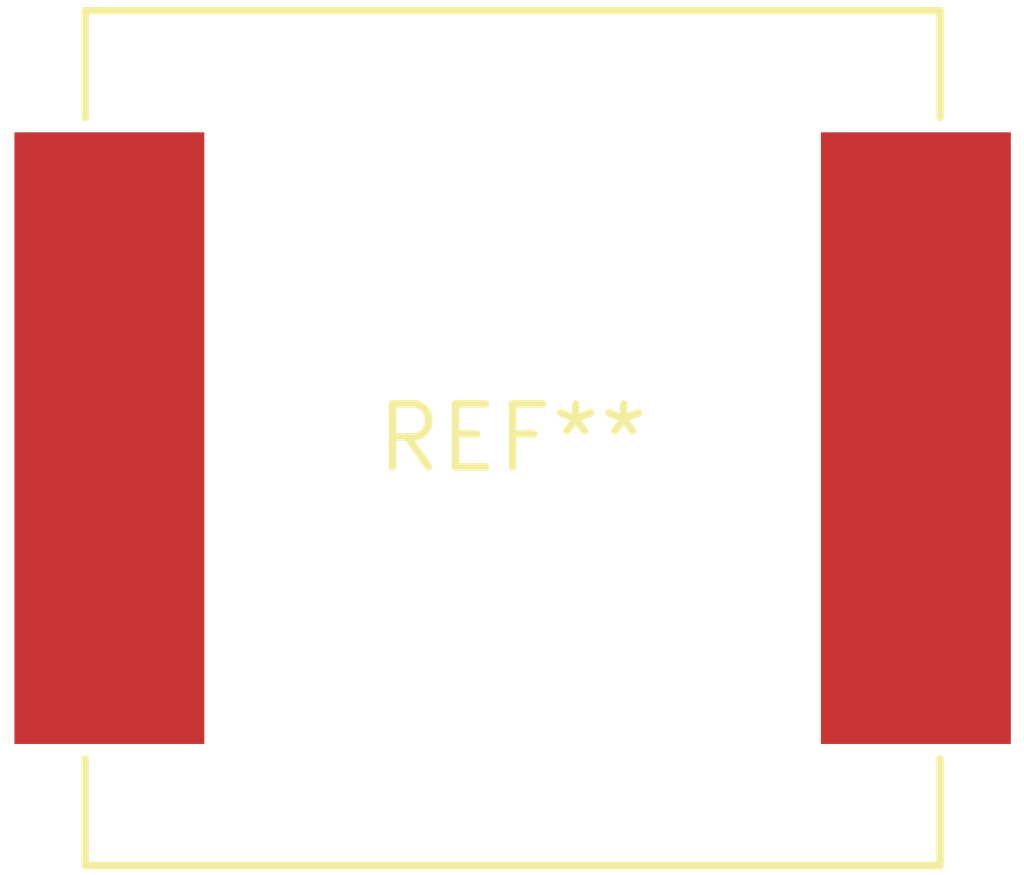
<source format=kicad_pcb>
(kicad_pcb (version 20240108) (generator pcbnew)
  (layers (0 "F.Cu" signal) (31 "B.Cu" signal) (34 "B.Paste" user) (35 "F.Paste" user) (36 "B.SilkS" user "B.Silkscreen") (37 "F.SilkS" user "F.Silkscreen") (38 "B.Mask" user) (39 "F.Mask" user) (44 "Edge.Cuts" user))
  (net 0 "")
  (footprint "L_Vishay_IHLP-6767" (layer "F.Cu") (at 0 0)
    (property "Reference" "REF**")
    (property "Value" "L_Vishay_IHLP-6767")
    (fp_line (start -8.609 -8.609) (end 8.609 -8.609) (layer "F.SilkS") (stroke (width 0.15)))
    (fp_line (start -8.609 -6.46) (end -8.609 -8.609) (layer "F.SilkS") (stroke (width 0.15)))
    (fp_line (start -8.609 6.46) (end -8.609 8.609) (layer "F.SilkS") (stroke (width 0.15)))
    (fp_line (start -8.609 8.609) (end 8.609 8.609) (layer "F.SilkS") (stroke (width 0.15)))
    (fp_line (start 8.609 -8.609) (end 8.609 -6.46) (layer "F.SilkS") (stroke (width 0.15)))
    (fp_line (start 8.609 8.609) (end 8.609 6.46) (layer "F.SilkS") (stroke (width 0.15)))
    (pad "1" smd rect (at -8.1225 0) (size 3.825 12.32) (layers "F.Cu" "F.Paste" "F.Mask"))
    (pad "2" smd rect (at 8.1225 0) (size 3.825 12.32) (layers "F.Cu" "F.Paste" "F.Mask"))
  )
)
</source>
